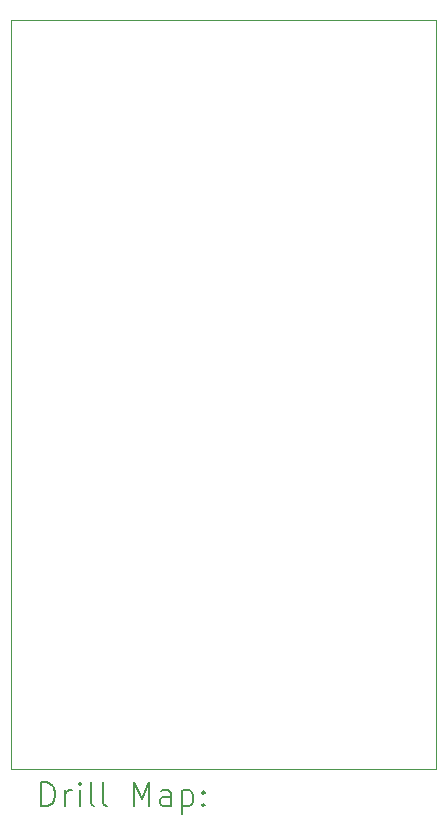
<source format=gbr>
%TF.GenerationSoftware,KiCad,Pcbnew,8.0.8*%
%TF.CreationDate,2025-05-01T15:14:40+05:30*%
%TF.ProjectId,smart_ringfinal,736d6172-745f-4726-996e-6766696e616c,rev?*%
%TF.SameCoordinates,Original*%
%TF.FileFunction,Drillmap*%
%TF.FilePolarity,Positive*%
%FSLAX45Y45*%
G04 Gerber Fmt 4.5, Leading zero omitted, Abs format (unit mm)*
G04 Created by KiCad (PCBNEW 8.0.8) date 2025-05-01 15:14:40*
%MOMM*%
%LPD*%
G01*
G04 APERTURE LIST*
%ADD10C,0.050000*%
%ADD11C,0.200000*%
G04 APERTURE END LIST*
D10*
X10604500Y-11703000D02*
X14206500Y-11703000D01*
X14206500Y-18040500D01*
X10604500Y-18040500D01*
X10604500Y-11703000D01*
D11*
X10862777Y-18354484D02*
X10862777Y-18154484D01*
X10862777Y-18154484D02*
X10910396Y-18154484D01*
X10910396Y-18154484D02*
X10938967Y-18164008D01*
X10938967Y-18164008D02*
X10958015Y-18183055D01*
X10958015Y-18183055D02*
X10967539Y-18202103D01*
X10967539Y-18202103D02*
X10977063Y-18240198D01*
X10977063Y-18240198D02*
X10977063Y-18268770D01*
X10977063Y-18268770D02*
X10967539Y-18306865D01*
X10967539Y-18306865D02*
X10958015Y-18325912D01*
X10958015Y-18325912D02*
X10938967Y-18344960D01*
X10938967Y-18344960D02*
X10910396Y-18354484D01*
X10910396Y-18354484D02*
X10862777Y-18354484D01*
X11062777Y-18354484D02*
X11062777Y-18221150D01*
X11062777Y-18259246D02*
X11072301Y-18240198D01*
X11072301Y-18240198D02*
X11081824Y-18230674D01*
X11081824Y-18230674D02*
X11100872Y-18221150D01*
X11100872Y-18221150D02*
X11119920Y-18221150D01*
X11186586Y-18354484D02*
X11186586Y-18221150D01*
X11186586Y-18154484D02*
X11177063Y-18164008D01*
X11177063Y-18164008D02*
X11186586Y-18173531D01*
X11186586Y-18173531D02*
X11196110Y-18164008D01*
X11196110Y-18164008D02*
X11186586Y-18154484D01*
X11186586Y-18154484D02*
X11186586Y-18173531D01*
X11310396Y-18354484D02*
X11291348Y-18344960D01*
X11291348Y-18344960D02*
X11281824Y-18325912D01*
X11281824Y-18325912D02*
X11281824Y-18154484D01*
X11415158Y-18354484D02*
X11396110Y-18344960D01*
X11396110Y-18344960D02*
X11386586Y-18325912D01*
X11386586Y-18325912D02*
X11386586Y-18154484D01*
X11643729Y-18354484D02*
X11643729Y-18154484D01*
X11643729Y-18154484D02*
X11710396Y-18297341D01*
X11710396Y-18297341D02*
X11777062Y-18154484D01*
X11777062Y-18154484D02*
X11777062Y-18354484D01*
X11958015Y-18354484D02*
X11958015Y-18249722D01*
X11958015Y-18249722D02*
X11948491Y-18230674D01*
X11948491Y-18230674D02*
X11929443Y-18221150D01*
X11929443Y-18221150D02*
X11891348Y-18221150D01*
X11891348Y-18221150D02*
X11872301Y-18230674D01*
X11958015Y-18344960D02*
X11938967Y-18354484D01*
X11938967Y-18354484D02*
X11891348Y-18354484D01*
X11891348Y-18354484D02*
X11872301Y-18344960D01*
X11872301Y-18344960D02*
X11862777Y-18325912D01*
X11862777Y-18325912D02*
X11862777Y-18306865D01*
X11862777Y-18306865D02*
X11872301Y-18287817D01*
X11872301Y-18287817D02*
X11891348Y-18278293D01*
X11891348Y-18278293D02*
X11938967Y-18278293D01*
X11938967Y-18278293D02*
X11958015Y-18268770D01*
X12053253Y-18221150D02*
X12053253Y-18421150D01*
X12053253Y-18230674D02*
X12072301Y-18221150D01*
X12072301Y-18221150D02*
X12110396Y-18221150D01*
X12110396Y-18221150D02*
X12129443Y-18230674D01*
X12129443Y-18230674D02*
X12138967Y-18240198D01*
X12138967Y-18240198D02*
X12148491Y-18259246D01*
X12148491Y-18259246D02*
X12148491Y-18316389D01*
X12148491Y-18316389D02*
X12138967Y-18335436D01*
X12138967Y-18335436D02*
X12129443Y-18344960D01*
X12129443Y-18344960D02*
X12110396Y-18354484D01*
X12110396Y-18354484D02*
X12072301Y-18354484D01*
X12072301Y-18354484D02*
X12053253Y-18344960D01*
X12234205Y-18335436D02*
X12243729Y-18344960D01*
X12243729Y-18344960D02*
X12234205Y-18354484D01*
X12234205Y-18354484D02*
X12224682Y-18344960D01*
X12224682Y-18344960D02*
X12234205Y-18335436D01*
X12234205Y-18335436D02*
X12234205Y-18354484D01*
X12234205Y-18230674D02*
X12243729Y-18240198D01*
X12243729Y-18240198D02*
X12234205Y-18249722D01*
X12234205Y-18249722D02*
X12224682Y-18240198D01*
X12224682Y-18240198D02*
X12234205Y-18230674D01*
X12234205Y-18230674D02*
X12234205Y-18249722D01*
M02*

</source>
